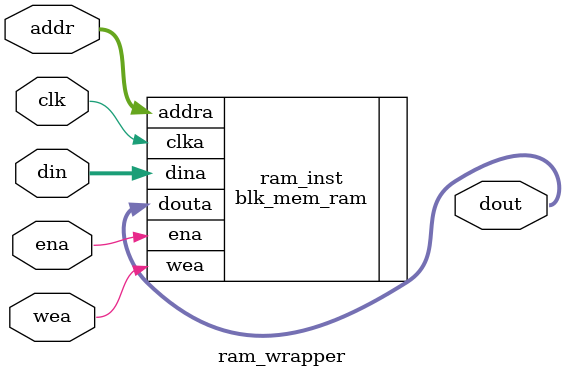
<source format=v>
module ram_wrapper (
    input  wire        clk,
    input  wire        ena,
    input  wire        wea,
    input  wire [7:0] addr,    // TODO: Specify correct width
    input  wire [15:0] din,
    output wire [15:0] dout
);

    // TODO: Instantiate RAM module created with IP
    blk_mem_ram ram_inst (
    .clka(clk),
    .wea(wea),
    .ena(ena),
    .addra(addr),
    .dina(din),
    .douta(dout)
);



endmodule

</source>
